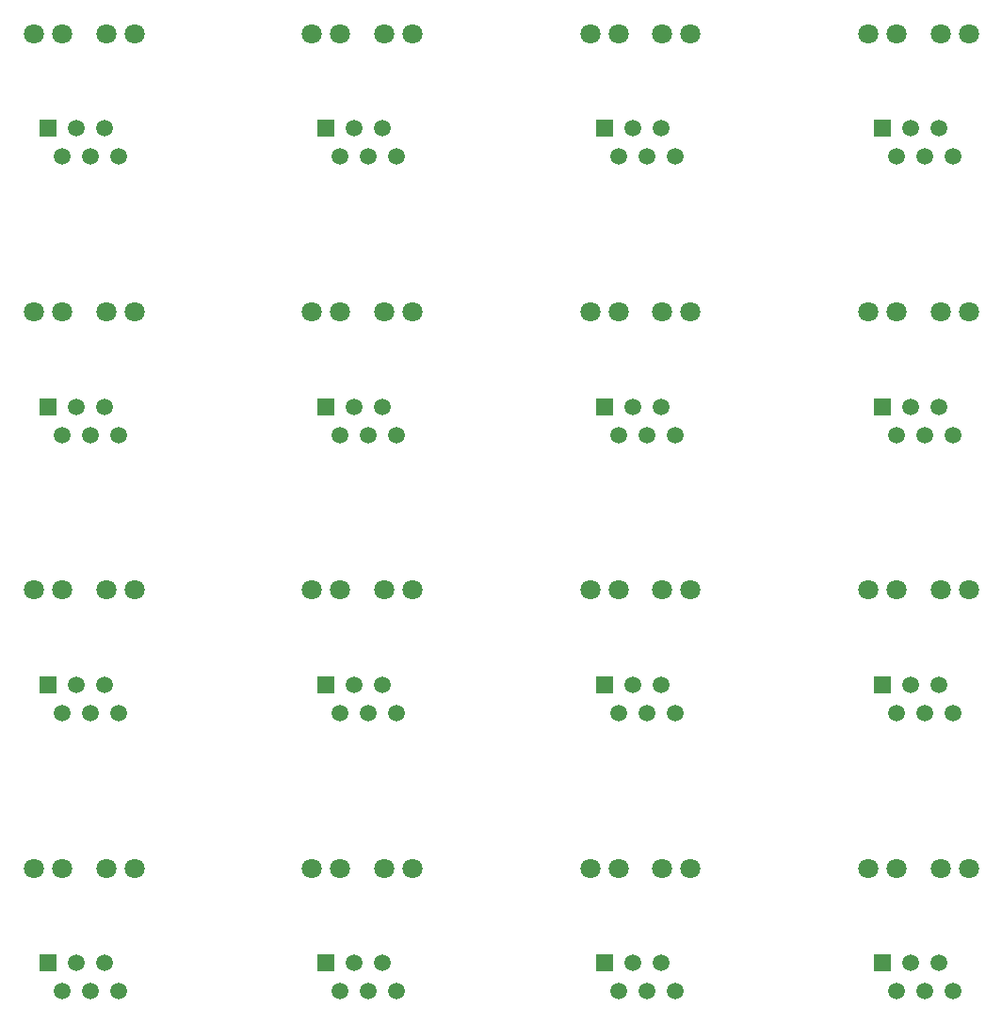
<source format=gbr>
%TF.GenerationSoftware,KiCad,Pcbnew,(5.1.9)-1*%
%TF.CreationDate,2021-10-25T14:10:00+02:00*%
%TF.ProjectId,Smartmeter_IR_multi,536d6172-746d-4657-9465-725f49525f6d,rev?*%
%TF.SameCoordinates,Original*%
%TF.FileFunction,Copper,L2,Bot*%
%TF.FilePolarity,Positive*%
%FSLAX46Y46*%
G04 Gerber Fmt 4.6, Leading zero omitted, Abs format (unit mm)*
G04 Created by KiCad (PCBNEW (5.1.9)-1) date 2021-10-25 14:10:00*
%MOMM*%
%LPD*%
G01*
G04 APERTURE LIST*
%TA.AperFunction,ComponentPad*%
%ADD10C,1.520000*%
%TD*%
%TA.AperFunction,ComponentPad*%
%ADD11R,1.520000X1.520000*%
%TD*%
%TA.AperFunction,ComponentPad*%
%ADD12C,1.800000*%
%TD*%
G04 APERTURE END LIST*
D10*
%TO.P,J1,6*%
%TO.N,GND*%
X61600000Y-156040000D03*
%TO.P,J1,5*%
%TO.N,Net-(IC1-Pad4)*%
X60330000Y-153500000D03*
%TO.P,J1,4*%
%TO.N,Net-(IC2-Pad2)*%
X59060000Y-156040000D03*
%TO.P,J1,3*%
%TO.N,Net-(J1-Pad3)*%
X57790000Y-153500000D03*
%TO.P,J1,2*%
%TO.N,Net-(J1-Pad2)*%
X56520000Y-156040000D03*
D11*
%TO.P,J1,1*%
%TO.N,Net-(D1-Pad2)*%
X55250000Y-153500000D03*
%TD*%
D12*
%TO.P,D2,2*%
%TO.N,Net-(D2-Pad2)*%
X138020000Y-145000000D03*
%TO.P,D2,1*%
%TO.N,Net-(D2-Pad1)*%
X135480000Y-145000000D03*
%TD*%
%TO.P,T1,1*%
%TO.N,Net-(Q1-Pad1)*%
X128980000Y-145000000D03*
%TO.P,T1,2*%
%TO.N,Net-(C1-Pad1)*%
X131520000Y-145000000D03*
%TD*%
%TO.P,D2,1*%
%TO.N,Net-(D2-Pad1)*%
X110480000Y-145000000D03*
%TO.P,D2,2*%
%TO.N,Net-(D2-Pad2)*%
X113020000Y-145000000D03*
%TD*%
%TO.P,T1,2*%
%TO.N,Net-(C1-Pad1)*%
X106520000Y-145000000D03*
%TO.P,T1,1*%
%TO.N,Net-(Q1-Pad1)*%
X103980000Y-145000000D03*
%TD*%
D10*
%TO.P,J1,6*%
%TO.N,GND*%
X111600000Y-156040000D03*
%TO.P,J1,5*%
%TO.N,Net-(IC1-Pad4)*%
X110330000Y-153500000D03*
%TO.P,J1,4*%
%TO.N,Net-(IC2-Pad2)*%
X109060000Y-156040000D03*
%TO.P,J1,3*%
%TO.N,Net-(J1-Pad3)*%
X107790000Y-153500000D03*
%TO.P,J1,2*%
%TO.N,Net-(J1-Pad2)*%
X106520000Y-156040000D03*
D11*
%TO.P,J1,1*%
%TO.N,Net-(D1-Pad2)*%
X105250000Y-153500000D03*
%TD*%
%TO.P,J1,1*%
%TO.N,Net-(D1-Pad2)*%
X130250000Y-153500000D03*
D10*
%TO.P,J1,2*%
%TO.N,Net-(J1-Pad2)*%
X131520000Y-156040000D03*
%TO.P,J1,3*%
%TO.N,Net-(J1-Pad3)*%
X132790000Y-153500000D03*
%TO.P,J1,4*%
%TO.N,Net-(IC2-Pad2)*%
X134060000Y-156040000D03*
%TO.P,J1,5*%
%TO.N,Net-(IC1-Pad4)*%
X135330000Y-153500000D03*
%TO.P,J1,6*%
%TO.N,GND*%
X136600000Y-156040000D03*
%TD*%
D12*
%TO.P,T1,2*%
%TO.N,Net-(C1-Pad1)*%
X131520000Y-145000000D03*
%TO.P,T1,1*%
%TO.N,Net-(Q1-Pad1)*%
X128980000Y-145000000D03*
%TD*%
%TO.P,T1,2*%
%TO.N,Net-(C1-Pad1)*%
X56520000Y-145000000D03*
%TO.P,T1,1*%
%TO.N,Net-(Q1-Pad1)*%
X53980000Y-145000000D03*
%TD*%
D11*
%TO.P,J1,1*%
%TO.N,Net-(D1-Pad2)*%
X80250000Y-153500000D03*
D10*
%TO.P,J1,2*%
%TO.N,Net-(J1-Pad2)*%
X81520000Y-156040000D03*
%TO.P,J1,3*%
%TO.N,Net-(J1-Pad3)*%
X82790000Y-153500000D03*
%TO.P,J1,4*%
%TO.N,Net-(IC2-Pad2)*%
X84060000Y-156040000D03*
%TO.P,J1,5*%
%TO.N,Net-(IC1-Pad4)*%
X85330000Y-153500000D03*
%TO.P,J1,6*%
%TO.N,GND*%
X86600000Y-156040000D03*
%TD*%
%TO.P,J1,6*%
%TO.N,GND*%
X136600000Y-156040000D03*
%TO.P,J1,5*%
%TO.N,Net-(IC1-Pad4)*%
X135330000Y-153500000D03*
%TO.P,J1,4*%
%TO.N,Net-(IC2-Pad2)*%
X134060000Y-156040000D03*
%TO.P,J1,3*%
%TO.N,Net-(J1-Pad3)*%
X132790000Y-153500000D03*
%TO.P,J1,2*%
%TO.N,Net-(J1-Pad2)*%
X131520000Y-156040000D03*
D11*
%TO.P,J1,1*%
%TO.N,Net-(D1-Pad2)*%
X130250000Y-153500000D03*
%TD*%
D12*
%TO.P,T1,1*%
%TO.N,Net-(Q1-Pad1)*%
X78980000Y-145000000D03*
%TO.P,T1,2*%
%TO.N,Net-(C1-Pad1)*%
X81520000Y-145000000D03*
%TD*%
%TO.P,D2,1*%
%TO.N,Net-(D2-Pad1)*%
X60480000Y-145000000D03*
%TO.P,D2,2*%
%TO.N,Net-(D2-Pad2)*%
X63020000Y-145000000D03*
%TD*%
%TO.P,D2,1*%
%TO.N,Net-(D2-Pad1)*%
X135480000Y-145000000D03*
%TO.P,D2,2*%
%TO.N,Net-(D2-Pad2)*%
X138020000Y-145000000D03*
%TD*%
%TO.P,D2,2*%
%TO.N,Net-(D2-Pad2)*%
X88020000Y-145000000D03*
%TO.P,D2,1*%
%TO.N,Net-(D2-Pad1)*%
X85480000Y-145000000D03*
%TD*%
D10*
%TO.P,J1,6*%
%TO.N,GND*%
X136600000Y-131040000D03*
%TO.P,J1,5*%
%TO.N,Net-(IC1-Pad4)*%
X135330000Y-128500000D03*
%TO.P,J1,4*%
%TO.N,Net-(IC2-Pad2)*%
X134060000Y-131040000D03*
%TO.P,J1,3*%
%TO.N,Net-(J1-Pad3)*%
X132790000Y-128500000D03*
%TO.P,J1,2*%
%TO.N,Net-(J1-Pad2)*%
X131520000Y-131040000D03*
D11*
%TO.P,J1,1*%
%TO.N,Net-(D1-Pad2)*%
X130250000Y-128500000D03*
%TD*%
D12*
%TO.P,T1,2*%
%TO.N,Net-(C1-Pad1)*%
X131520000Y-120000000D03*
%TO.P,T1,1*%
%TO.N,Net-(Q1-Pad1)*%
X128980000Y-120000000D03*
%TD*%
%TO.P,D2,1*%
%TO.N,Net-(D2-Pad1)*%
X135480000Y-120000000D03*
%TO.P,D2,2*%
%TO.N,Net-(D2-Pad2)*%
X138020000Y-120000000D03*
%TD*%
%TO.P,D2,2*%
%TO.N,Net-(D2-Pad2)*%
X113020000Y-120000000D03*
%TO.P,D2,1*%
%TO.N,Net-(D2-Pad1)*%
X110480000Y-120000000D03*
%TD*%
D11*
%TO.P,J1,1*%
%TO.N,Net-(D1-Pad2)*%
X105250000Y-128500000D03*
D10*
%TO.P,J1,2*%
%TO.N,Net-(J1-Pad2)*%
X106520000Y-131040000D03*
%TO.P,J1,3*%
%TO.N,Net-(J1-Pad3)*%
X107790000Y-128500000D03*
%TO.P,J1,4*%
%TO.N,Net-(IC2-Pad2)*%
X109060000Y-131040000D03*
%TO.P,J1,5*%
%TO.N,Net-(IC1-Pad4)*%
X110330000Y-128500000D03*
%TO.P,J1,6*%
%TO.N,GND*%
X111600000Y-131040000D03*
%TD*%
D12*
%TO.P,T1,1*%
%TO.N,Net-(Q1-Pad1)*%
X103980000Y-120000000D03*
%TO.P,T1,2*%
%TO.N,Net-(C1-Pad1)*%
X106520000Y-120000000D03*
%TD*%
D11*
%TO.P,J1,1*%
%TO.N,Net-(D1-Pad2)*%
X55250000Y-128500000D03*
D10*
%TO.P,J1,2*%
%TO.N,Net-(J1-Pad2)*%
X56520000Y-131040000D03*
%TO.P,J1,3*%
%TO.N,Net-(J1-Pad3)*%
X57790000Y-128500000D03*
%TO.P,J1,4*%
%TO.N,Net-(IC2-Pad2)*%
X59060000Y-131040000D03*
%TO.P,J1,5*%
%TO.N,Net-(IC1-Pad4)*%
X60330000Y-128500000D03*
%TO.P,J1,6*%
%TO.N,GND*%
X61600000Y-131040000D03*
%TD*%
D12*
%TO.P,D2,2*%
%TO.N,Net-(D2-Pad2)*%
X63020000Y-120000000D03*
%TO.P,D2,1*%
%TO.N,Net-(D2-Pad1)*%
X60480000Y-120000000D03*
%TD*%
%TO.P,T1,1*%
%TO.N,Net-(Q1-Pad1)*%
X128980000Y-120000000D03*
%TO.P,T1,2*%
%TO.N,Net-(C1-Pad1)*%
X131520000Y-120000000D03*
%TD*%
D10*
%TO.P,J1,6*%
%TO.N,GND*%
X86600000Y-131040000D03*
%TO.P,J1,5*%
%TO.N,Net-(IC1-Pad4)*%
X85330000Y-128500000D03*
%TO.P,J1,4*%
%TO.N,Net-(IC2-Pad2)*%
X84060000Y-131040000D03*
%TO.P,J1,3*%
%TO.N,Net-(J1-Pad3)*%
X82790000Y-128500000D03*
%TO.P,J1,2*%
%TO.N,Net-(J1-Pad2)*%
X81520000Y-131040000D03*
D11*
%TO.P,J1,1*%
%TO.N,Net-(D1-Pad2)*%
X80250000Y-128500000D03*
%TD*%
D12*
%TO.P,T1,2*%
%TO.N,Net-(C1-Pad1)*%
X81520000Y-120000000D03*
%TO.P,T1,1*%
%TO.N,Net-(Q1-Pad1)*%
X78980000Y-120000000D03*
%TD*%
%TO.P,T1,1*%
%TO.N,Net-(Q1-Pad1)*%
X53980000Y-120000000D03*
%TO.P,T1,2*%
%TO.N,Net-(C1-Pad1)*%
X56520000Y-120000000D03*
%TD*%
D11*
%TO.P,J1,1*%
%TO.N,Net-(D1-Pad2)*%
X130250000Y-128500000D03*
D10*
%TO.P,J1,2*%
%TO.N,Net-(J1-Pad2)*%
X131520000Y-131040000D03*
%TO.P,J1,3*%
%TO.N,Net-(J1-Pad3)*%
X132790000Y-128500000D03*
%TO.P,J1,4*%
%TO.N,Net-(IC2-Pad2)*%
X134060000Y-131040000D03*
%TO.P,J1,5*%
%TO.N,Net-(IC1-Pad4)*%
X135330000Y-128500000D03*
%TO.P,J1,6*%
%TO.N,GND*%
X136600000Y-131040000D03*
%TD*%
D12*
%TO.P,D2,2*%
%TO.N,Net-(D2-Pad2)*%
X138020000Y-120000000D03*
%TO.P,D2,1*%
%TO.N,Net-(D2-Pad1)*%
X135480000Y-120000000D03*
%TD*%
%TO.P,D2,1*%
%TO.N,Net-(D2-Pad1)*%
X85480000Y-120000000D03*
%TO.P,D2,2*%
%TO.N,Net-(D2-Pad2)*%
X88020000Y-120000000D03*
%TD*%
%TO.P,D2,2*%
%TO.N,Net-(D2-Pad2)*%
X138020000Y-95000000D03*
%TO.P,D2,1*%
%TO.N,Net-(D2-Pad1)*%
X135480000Y-95000000D03*
%TD*%
D11*
%TO.P,J1,1*%
%TO.N,Net-(D1-Pad2)*%
X130250000Y-103500000D03*
D10*
%TO.P,J1,2*%
%TO.N,Net-(J1-Pad2)*%
X131520000Y-106040000D03*
%TO.P,J1,3*%
%TO.N,Net-(J1-Pad3)*%
X132790000Y-103500000D03*
%TO.P,J1,4*%
%TO.N,Net-(IC2-Pad2)*%
X134060000Y-106040000D03*
%TO.P,J1,5*%
%TO.N,Net-(IC1-Pad4)*%
X135330000Y-103500000D03*
%TO.P,J1,6*%
%TO.N,GND*%
X136600000Y-106040000D03*
%TD*%
D12*
%TO.P,T1,1*%
%TO.N,Net-(Q1-Pad1)*%
X128980000Y-95000000D03*
%TO.P,T1,2*%
%TO.N,Net-(C1-Pad1)*%
X131520000Y-95000000D03*
%TD*%
D10*
%TO.P,J1,6*%
%TO.N,GND*%
X111600000Y-106040000D03*
%TO.P,J1,5*%
%TO.N,Net-(IC1-Pad4)*%
X110330000Y-103500000D03*
%TO.P,J1,4*%
%TO.N,Net-(IC2-Pad2)*%
X109060000Y-106040000D03*
%TO.P,J1,3*%
%TO.N,Net-(J1-Pad3)*%
X107790000Y-103500000D03*
%TO.P,J1,2*%
%TO.N,Net-(J1-Pad2)*%
X106520000Y-106040000D03*
D11*
%TO.P,J1,1*%
%TO.N,Net-(D1-Pad2)*%
X105250000Y-103500000D03*
%TD*%
D12*
%TO.P,T1,2*%
%TO.N,Net-(C1-Pad1)*%
X106520000Y-95000000D03*
%TO.P,T1,1*%
%TO.N,Net-(Q1-Pad1)*%
X103980000Y-95000000D03*
%TD*%
%TO.P,D2,1*%
%TO.N,Net-(D2-Pad1)*%
X110480000Y-95000000D03*
%TO.P,D2,2*%
%TO.N,Net-(D2-Pad2)*%
X113020000Y-95000000D03*
%TD*%
%TO.P,T1,2*%
%TO.N,Net-(C1-Pad1)*%
X56520000Y-95000000D03*
%TO.P,T1,1*%
%TO.N,Net-(Q1-Pad1)*%
X53980000Y-95000000D03*
%TD*%
%TO.P,D2,1*%
%TO.N,Net-(D2-Pad1)*%
X60480000Y-95000000D03*
%TO.P,D2,2*%
%TO.N,Net-(D2-Pad2)*%
X63020000Y-95000000D03*
%TD*%
D10*
%TO.P,J1,6*%
%TO.N,GND*%
X61600000Y-106040000D03*
%TO.P,J1,5*%
%TO.N,Net-(IC1-Pad4)*%
X60330000Y-103500000D03*
%TO.P,J1,4*%
%TO.N,Net-(IC2-Pad2)*%
X59060000Y-106040000D03*
%TO.P,J1,3*%
%TO.N,Net-(J1-Pad3)*%
X57790000Y-103500000D03*
%TO.P,J1,2*%
%TO.N,Net-(J1-Pad2)*%
X56520000Y-106040000D03*
D11*
%TO.P,J1,1*%
%TO.N,Net-(D1-Pad2)*%
X55250000Y-103500000D03*
%TD*%
D10*
%TO.P,J1,6*%
%TO.N,GND*%
X136600000Y-106040000D03*
%TO.P,J1,5*%
%TO.N,Net-(IC1-Pad4)*%
X135330000Y-103500000D03*
%TO.P,J1,4*%
%TO.N,Net-(IC2-Pad2)*%
X134060000Y-106040000D03*
%TO.P,J1,3*%
%TO.N,Net-(J1-Pad3)*%
X132790000Y-103500000D03*
%TO.P,J1,2*%
%TO.N,Net-(J1-Pad2)*%
X131520000Y-106040000D03*
D11*
%TO.P,J1,1*%
%TO.N,Net-(D1-Pad2)*%
X130250000Y-103500000D03*
%TD*%
D12*
%TO.P,D2,1*%
%TO.N,Net-(D2-Pad1)*%
X135480000Y-95000000D03*
%TO.P,D2,2*%
%TO.N,Net-(D2-Pad2)*%
X138020000Y-95000000D03*
%TD*%
%TO.P,T1,2*%
%TO.N,Net-(C1-Pad1)*%
X131520000Y-95000000D03*
%TO.P,T1,1*%
%TO.N,Net-(Q1-Pad1)*%
X128980000Y-95000000D03*
%TD*%
D11*
%TO.P,J1,1*%
%TO.N,Net-(D1-Pad2)*%
X80250000Y-103500000D03*
D10*
%TO.P,J1,2*%
%TO.N,Net-(J1-Pad2)*%
X81520000Y-106040000D03*
%TO.P,J1,3*%
%TO.N,Net-(J1-Pad3)*%
X82790000Y-103500000D03*
%TO.P,J1,4*%
%TO.N,Net-(IC2-Pad2)*%
X84060000Y-106040000D03*
%TO.P,J1,5*%
%TO.N,Net-(IC1-Pad4)*%
X85330000Y-103500000D03*
%TO.P,J1,6*%
%TO.N,GND*%
X86600000Y-106040000D03*
%TD*%
D12*
%TO.P,T1,1*%
%TO.N,Net-(Q1-Pad1)*%
X78980000Y-95000000D03*
%TO.P,T1,2*%
%TO.N,Net-(C1-Pad1)*%
X81520000Y-95000000D03*
%TD*%
%TO.P,D2,2*%
%TO.N,Net-(D2-Pad2)*%
X88020000Y-95000000D03*
%TO.P,D2,1*%
%TO.N,Net-(D2-Pad1)*%
X85480000Y-95000000D03*
%TD*%
%TO.P,T1,1*%
%TO.N,Net-(Q1-Pad1)*%
X128980000Y-70000000D03*
%TO.P,T1,2*%
%TO.N,Net-(C1-Pad1)*%
X131520000Y-70000000D03*
%TD*%
%TO.P,D2,2*%
%TO.N,Net-(D2-Pad2)*%
X138020000Y-70000000D03*
%TO.P,D2,1*%
%TO.N,Net-(D2-Pad1)*%
X135480000Y-70000000D03*
%TD*%
D11*
%TO.P,J1,1*%
%TO.N,Net-(D1-Pad2)*%
X130250000Y-78500000D03*
D10*
%TO.P,J1,2*%
%TO.N,Net-(J1-Pad2)*%
X131520000Y-81040000D03*
%TO.P,J1,3*%
%TO.N,Net-(J1-Pad3)*%
X132790000Y-78500000D03*
%TO.P,J1,4*%
%TO.N,Net-(IC2-Pad2)*%
X134060000Y-81040000D03*
%TO.P,J1,5*%
%TO.N,Net-(IC1-Pad4)*%
X135330000Y-78500000D03*
%TO.P,J1,6*%
%TO.N,GND*%
X136600000Y-81040000D03*
%TD*%
%TO.P,J1,6*%
%TO.N,GND*%
X136600000Y-81040000D03*
%TO.P,J1,5*%
%TO.N,Net-(IC1-Pad4)*%
X135330000Y-78500000D03*
%TO.P,J1,4*%
%TO.N,Net-(IC2-Pad2)*%
X134060000Y-81040000D03*
%TO.P,J1,3*%
%TO.N,Net-(J1-Pad3)*%
X132790000Y-78500000D03*
%TO.P,J1,2*%
%TO.N,Net-(J1-Pad2)*%
X131520000Y-81040000D03*
D11*
%TO.P,J1,1*%
%TO.N,Net-(D1-Pad2)*%
X130250000Y-78500000D03*
%TD*%
D12*
%TO.P,T1,2*%
%TO.N,Net-(C1-Pad1)*%
X131520000Y-70000000D03*
%TO.P,T1,1*%
%TO.N,Net-(Q1-Pad1)*%
X128980000Y-70000000D03*
%TD*%
%TO.P,D2,1*%
%TO.N,Net-(D2-Pad1)*%
X135480000Y-70000000D03*
%TO.P,D2,2*%
%TO.N,Net-(D2-Pad2)*%
X138020000Y-70000000D03*
%TD*%
D11*
%TO.P,J1,1*%
%TO.N,Net-(D1-Pad2)*%
X105250000Y-78500000D03*
D10*
%TO.P,J1,2*%
%TO.N,Net-(J1-Pad2)*%
X106520000Y-81040000D03*
%TO.P,J1,3*%
%TO.N,Net-(J1-Pad3)*%
X107790000Y-78500000D03*
%TO.P,J1,4*%
%TO.N,Net-(IC2-Pad2)*%
X109060000Y-81040000D03*
%TO.P,J1,5*%
%TO.N,Net-(IC1-Pad4)*%
X110330000Y-78500000D03*
%TO.P,J1,6*%
%TO.N,GND*%
X111600000Y-81040000D03*
%TD*%
D12*
%TO.P,T1,1*%
%TO.N,Net-(Q1-Pad1)*%
X103980000Y-70000000D03*
%TO.P,T1,2*%
%TO.N,Net-(C1-Pad1)*%
X106520000Y-70000000D03*
%TD*%
%TO.P,D2,2*%
%TO.N,Net-(D2-Pad2)*%
X113020000Y-70000000D03*
%TO.P,D2,1*%
%TO.N,Net-(D2-Pad1)*%
X110480000Y-70000000D03*
%TD*%
%TO.P,T1,2*%
%TO.N,Net-(C1-Pad1)*%
X81520000Y-70000000D03*
%TO.P,T1,1*%
%TO.N,Net-(Q1-Pad1)*%
X78980000Y-70000000D03*
%TD*%
%TO.P,D2,1*%
%TO.N,Net-(D2-Pad1)*%
X85480000Y-70000000D03*
%TO.P,D2,2*%
%TO.N,Net-(D2-Pad2)*%
X88020000Y-70000000D03*
%TD*%
D10*
%TO.P,J1,6*%
%TO.N,GND*%
X86600000Y-81040000D03*
%TO.P,J1,5*%
%TO.N,Net-(IC1-Pad4)*%
X85330000Y-78500000D03*
%TO.P,J1,4*%
%TO.N,Net-(IC2-Pad2)*%
X84060000Y-81040000D03*
%TO.P,J1,3*%
%TO.N,Net-(J1-Pad3)*%
X82790000Y-78500000D03*
%TO.P,J1,2*%
%TO.N,Net-(J1-Pad2)*%
X81520000Y-81040000D03*
D11*
%TO.P,J1,1*%
%TO.N,Net-(D1-Pad2)*%
X80250000Y-78500000D03*
%TD*%
%TO.P,J1,1*%
%TO.N,Net-(D1-Pad2)*%
X55250000Y-78500000D03*
D10*
%TO.P,J1,2*%
%TO.N,Net-(J1-Pad2)*%
X56520000Y-81040000D03*
%TO.P,J1,3*%
%TO.N,Net-(J1-Pad3)*%
X57790000Y-78500000D03*
%TO.P,J1,4*%
%TO.N,Net-(IC2-Pad2)*%
X59060000Y-81040000D03*
%TO.P,J1,5*%
%TO.N,Net-(IC1-Pad4)*%
X60330000Y-78500000D03*
%TO.P,J1,6*%
%TO.N,GND*%
X61600000Y-81040000D03*
%TD*%
D12*
%TO.P,D2,2*%
%TO.N,Net-(D2-Pad2)*%
X63020000Y-70000000D03*
%TO.P,D2,1*%
%TO.N,Net-(D2-Pad1)*%
X60480000Y-70000000D03*
%TD*%
%TO.P,T1,1*%
%TO.N,Net-(Q1-Pad1)*%
X53980000Y-70000000D03*
%TO.P,T1,2*%
%TO.N,Net-(C1-Pad1)*%
X56520000Y-70000000D03*
%TD*%
M02*

</source>
